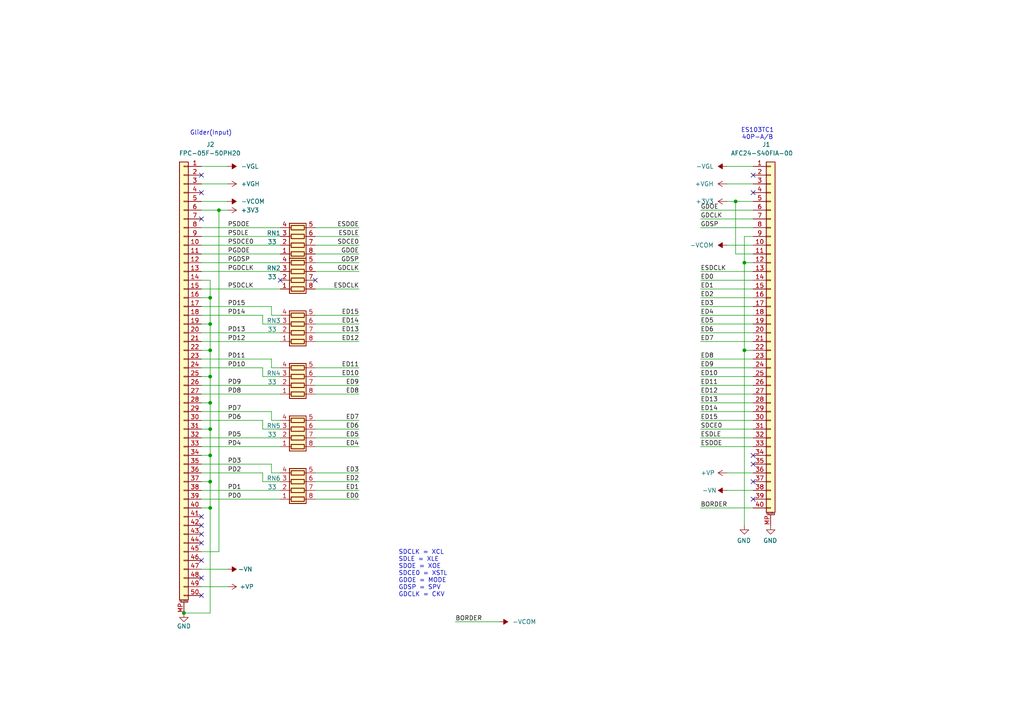
<source format=kicad_sch>
(kicad_sch (version 20231120) (generator "eeschema") (generator_version "8.0")
  (paper "A4")
  (lib_symbols
    (symbol "Connector_Generic_MountingPin:Conn_01x40_MountingPin" (pin_names (offset 1.016) hide)
      (property "Reference" "J" (at 0 50.8 0))
      (property "Value" "Conn_01x40_MountingPin" (at 1.27 -53.34 0))
      (symbol "Conn_01x40_MountingPin_1_1"
        (rectangle (start -1.27 -50.673) (end 0 -50.927) (stroke (width 0.1524)))
        (rectangle (start -1.27 -48.133) (end 0 -48.387) (stroke (width 0.1524)))
        (rectangle (start -1.27 -45.593) (end 0 -45.847) (stroke (width 0.1524)))
        (rectangle (start -1.27 -43.053) (end 0 -43.307) (stroke (width 0.1524)))
        (rectangle (start -1.27 -40.513) (end 0 -40.767) (stroke (width 0.1524)))
        (rectangle (start -1.27 -37.973) (end 0 -38.227) (stroke (width 0.1524)))
        (rectangle (start -1.27 -35.433) (end 0 -35.687) (stroke (width 0.1524)))
        (rectangle (start -1.27 -32.893) (end 0 -33.147) (stroke (width 0.1524)))
        (rectangle (start -1.27 -30.353) (end 0 -30.607) (stroke (width 0.1524)))
        (rectangle (start -1.27 -27.813) (end 0 -28.067) (stroke (width 0.1524)))
        (rectangle (start -1.27 -25.273) (end 0 -25.527) (stroke (width 0.1524)))
        (rectangle (start -1.27 -22.733) (end 0 -22.987) (stroke (width 0.1524)))
        (rectangle (start -1.27 -20.193) (end 0 -20.447) (stroke (width 0.1524)))
        (rectangle (start -1.27 -17.653) (end 0 -17.907) (stroke (width 0.1524)))
        (rectangle (start -1.27 -15.113) (end 0 -15.367) (stroke (width 0.1524)))
        (rectangle (start -1.27 -12.573) (end 0 -12.827) (stroke (width 0.1524)))
        (rectangle (start -1.27 -10.033) (end 0 -10.287) (stroke (width 0.1524)))
        (rectangle (start -1.27 -7.493) (end 0 -7.747) (stroke (width 0.1524)))
        (rectangle (start -1.27 -4.953) (end 0 -5.207) (stroke (width 0.1524)))
        (rectangle (start -1.27 -2.413) (end 0 -2.667) (stroke (width 0.1524)))
        (rectangle (start -1.27 0.127) (end 0 -0.127) (stroke (width 0.1524)))
        (rectangle (start -1.27 2.667) (end 0 2.413) (stroke (width 0.1524)))
        (rectangle (start -1.27 5.207) (end 0 4.953) (stroke (width 0.1524)))
        (rectangle (start -1.27 7.747) (end 0 7.493) (stroke (width 0.1524)))
        (rectangle (start -1.27 10.287) (end 0 10.033) (stroke (width 0.1524)))
        (rectangle (start -1.27 12.827) (end 0 12.573) (stroke (width 0.1524)))
        (rectangle (start -1.27 15.367) (end 0 15.113) (stroke (width 0.1524)))
        (rectangle (start -1.27 17.907) (end 0 17.653) (stroke (width 0.1524)))
        (rectangle (start -1.27 20.447) (end 0 20.193) (stroke (width 0.1524)))
        (rectangle (start -1.27 22.987) (end 0 22.733) (stroke (width 0.1524)))
        (rectangle (start -1.27 25.527) (end 0 25.273) (stroke (width 0.1524)))
        (rectangle (start -1.27 28.067) (end 0 27.813) (stroke (width 0.1524)))
        (rectangle (start -1.27 30.607) (end 0 30.353) (stroke (width 0.1524)))
        (rectangle (start -1.27 33.147) (end 0 32.893) (stroke (width 0.1524)))
        (rectangle (start -1.27 35.687) (end 0 35.433) (stroke (width 0.1524)))
        (rectangle (start -1.27 38.227) (end 0 37.973) (stroke (width 0.1524)))
        (rectangle (start -1.27 40.767) (end 0 40.513) (stroke (width 0.1524)))
        (rectangle (start -1.27 43.307) (end 0 43.053) (stroke (width 0.1524)))
        (rectangle (start -1.27 45.847) (end 0 45.593) (stroke (width 0.1524)))
        (rectangle (start -1.27 48.387) (end 0 48.133) (stroke (width 0.1524)))
        (rectangle (start -1.27 49.53) (end 1.27 -52.07) (stroke (width 0.254)) (fill (type background)))
        (polyline (pts (xy -1.016 -52.832) (xy 1.016 -52.832)) (stroke (width 0.1524)))
        (text "Mounting" (at 0 -52.451 0) (effects (font (size 0.381 0.381))))
        (pin passive line (at -5.08 48.26 0) (length 3.81) (name "Pin_1") (number "1"))
        (pin passive line (at -5.08 25.4 0) (length 3.81) (name "Pin_10") (number "10"))
        (pin passive line (at -5.08 22.86 0) (length 3.81) (name "Pin_11") (number "11"))
        (pin passive line (at -5.08 20.32 0) (length 3.81) (name "Pin_12") (number "12"))
        (pin passive line (at -5.08 17.78 0) (length 3.81) (name "Pin_13") (number "13"))
        (pin passive line (at -5.08 15.24 0) (length 3.81) (name "Pin_14") (number "14"))
        (pin passive line (at -5.08 12.7 0) (length 3.81) (name "Pin_15") (number "15"))
        (pin passive line (at -5.08 10.16 0) (length 3.81) (name "Pin_16") (number "16"))
        (pin passive line (at -5.08 7.62 0) (length 3.81) (name "Pin_17") (number "17"))
        (pin passive line (at -5.08 5.08 0) (length 3.81) (name "Pin_18") (number "18"))
        (pin passive line (at -5.08 2.54 0) (length 3.81) (name "Pin_19") (number "19"))
        (pin passive line (at -5.08 45.72 0) (length 3.81) (name "Pin_2") (number "2"))
        (pin passive line (at -5.08 0 0) (length 3.81) (name "Pin_20") (number "20"))
        (pin passive line (at -5.08 -2.54 0) (length 3.81) (name "Pin_21") (number "21"))
        (pin passive line (at -5.08 -5.08 0) (length 3.81) (name "Pin_22") (number "22"))
        (pin passive line (at -5.08 -7.62 0) (length 3.81) (name "Pin_23") (number "23"))
        (pin passive line (at -5.08 -10.16 0) (length 3.81) (name "Pin_24") (number "24"))
        (pin passive line (at -5.08 -12.7 0) (length 3.81) (name "Pin_25") (number "25"))
        (pin passive line (at -5.08 -15.24 0) (length 3.81) (name "Pin_26") (number "26"))
        (pin passive line (at -5.08 -17.78 0) (length 3.81) (name "Pin_27") (number "27"))
        (pin passive line (at -5.08 -20.32 0) (length 3.81) (name "Pin_28") (number "28"))
        (pin passive line (at -5.08 -22.86 0) (length 3.81) (name "Pin_29") (number "29"))
        (pin passive line (at -5.08 43.18 0) (length 3.81) (name "Pin_3") (number "3"))
        (pin passive line (at -5.08 -25.4 0) (length 3.81) (name "Pin_30") (number "30"))
        (pin passive line (at -5.08 -27.94 0) (length 3.81) (name "Pin_31") (number "31"))
        (pin passive line (at -5.08 -30.48 0) (length 3.81) (name "Pin_32") (number "32"))
        (pin passive line (at -5.08 -33.02 0) (length 3.81) (name "Pin_33") (number "33"))
        (pin passive line (at -5.08 -35.56 0) (length 3.81) (name "Pin_34") (number "34"))
        (pin passive line (at -5.08 -38.1 0) (length 3.81) (name "Pin_35") (number "35"))
        (pin passive line (at -5.08 -40.64 0) (length 3.81) (name "Pin_36") (number "36"))
        (pin passive line (at -5.08 -43.18 0) (length 3.81) (name "Pin_37") (number "37"))
        (pin passive line (at -5.08 -45.72 0) (length 3.81) (name "Pin_38") (number "38"))
        (pin passive line (at -5.08 -48.26 0) (length 3.81) (name "Pin_39") (number "39"))
        (pin passive line (at -5.08 40.64 0) (length 3.81) (name "Pin_4") (number "4"))
        (pin passive line (at -5.08 -50.8 0) (length 3.81) (name "Pin_40") (number "40"))
        (pin passive line (at -5.08 38.1 0) (length 3.81) (name "Pin_5") (number "5"))
        (pin passive line (at -5.08 35.56 0) (length 3.81) (name "Pin_6") (number "6"))
        (pin passive line (at -5.08 33.02 0) (length 3.81) (name "Pin_7") (number "7"))
        (pin passive line (at -5.08 30.48 0) (length 3.81) (name "Pin_8") (number "8"))
        (pin passive line (at -5.08 27.94 0) (length 3.81) (name "Pin_9") (number "9"))
        (pin passive line (at 0 -55.88 90) (length 3.048) (name "MountPin") (number "MP"))
      )
    )
    (symbol "Connector_Generic_MountingPin:Conn_01x50_MountingPin" (pin_names (offset 1.016) hide)
      (property "Reference" "J" (at 0 63.5 0))
      (property "Value" "Conn_01x50_MountingPin" (at 1.27 -66.04 0))
      (symbol "Conn_01x50_MountingPin_1_1"
        (rectangle (start -1.27 -63.373) (end 0 -63.627) (stroke (width 0.1524)))
        (rectangle (start -1.27 -60.833) (end 0 -61.087) (stroke (width 0.1524)))
        (rectangle (start -1.27 -58.293) (end 0 -58.547) (stroke (width 0.1524)))
        (rectangle (start -1.27 -55.753) (end 0 -56.007) (stroke (width 0.1524)))
        (rectangle (start -1.27 -53.213) (end 0 -53.467) (stroke (width 0.1524)))
        (rectangle (start -1.27 -50.673) (end 0 -50.927) (stroke (width 0.1524)))
        (rectangle (start -1.27 -48.133) (end 0 -48.387) (stroke (width 0.1524)))
        (rectangle (start -1.27 -45.593) (end 0 -45.847) (stroke (width 0.1524)))
        (rectangle (start -1.27 -43.053) (end 0 -43.307) (stroke (width 0.1524)))
        (rectangle (start -1.27 -40.513) (end 0 -40.767) (stroke (width 0.1524)))
        (rectangle (start -1.27 -37.973) (end 0 -38.227) (stroke (width 0.1524)))
        (rectangle (start -1.27 -35.433) (end 0 -35.687) (stroke (width 0.1524)))
        (rectangle (start -1.27 -32.893) (end 0 -33.147) (stroke (width 0.1524)))
        (rectangle (start -1.27 -30.353) (end 0 -30.607) (stroke (width 0.1524)))
        (rectangle (start -1.27 -27.813) (end 0 -28.067) (stroke (width 0.1524)))
        (rectangle (start -1.27 -25.273) (end 0 -25.527) (stroke (width 0.1524)))
        (rectangle (start -1.27 -22.733) (end 0 -22.987) (stroke (width 0.1524)))
        (rectangle (start -1.27 -20.193) (end 0 -20.447) (stroke (width 0.1524)))
        (rectangle (start -1.27 -17.653) (end 0 -17.907) (stroke (width 0.1524)))
        (rectangle (start -1.27 -15.113) (end 0 -15.367) (stroke (width 0.1524)))
        (rectangle (start -1.27 -12.573) (end 0 -12.827) (stroke (width 0.1524)))
        (rectangle (start -1.27 -10.033) (end 0 -10.287) (stroke (width 0.1524)))
        (rectangle (start -1.27 -7.493) (end 0 -7.747) (stroke (width 0.1524)))
        (rectangle (start -1.27 -4.953) (end 0 -5.207) (stroke (width 0.1524)))
        (rectangle (start -1.27 -2.413) (end 0 -2.667) (stroke (width 0.1524)))
        (rectangle (start -1.27 0.127) (end 0 -0.127) (stroke (width 0.1524)))
        (rectangle (start -1.27 2.667) (end 0 2.413) (stroke (width 0.1524)))
        (rectangle (start -1.27 5.207) (end 0 4.953) (stroke (width 0.1524)))
        (rectangle (start -1.27 7.747) (end 0 7.493) (stroke (width 0.1524)))
        (rectangle (start -1.27 10.287) (end 0 10.033) (stroke (width 0.1524)))
        (rectangle (start -1.27 12.827) (end 0 12.573) (stroke (width 0.1524)))
        (rectangle (start -1.27 15.367) (end 0 15.113) (stroke (width 0.1524)))
        (rectangle (start -1.27 17.907) (end 0 17.653) (stroke (width 0.1524)))
        (rectangle (start -1.27 20.447) (end 0 20.193) (stroke (width 0.1524)))
        (rectangle (start -1.27 22.987) (end 0 22.733) (stroke (width 0.1524)))
        (rectangle (start -1.27 25.527) (end 0 25.273) (stroke (width 0.1524)))
        (rectangle (start -1.27 28.067) (end 0 27.813) (stroke (width 0.1524)))
        (rectangle (start -1.27 30.607) (end 0 30.353) (stroke (width 0.1524)))
        (rectangle (start -1.27 33.147) (end 0 32.893) (stroke (width 0.1524)))
        (rectangle (start -1.27 35.687) (end 0 35.433) (stroke (width 0.1524)))
        (rectangle (start -1.27 38.227) (end 0 37.973) (stroke (width 0.1524)))
        (rectangle (start -1.27 40.767) (end 0 40.513) (stroke (width 0.1524)))
        (rectangle (start -1.27 43.307) (end 0 43.053) (stroke (width 0.1524)))
        (rectangle (start -1.27 45.847) (end 0 45.593) (stroke (width 0.1524)))
        (rectangle (start -1.27 48.387) (end 0 48.133) (stroke (width 0.1524)))
        (rectangle (start -1.27 50.927) (end 0 50.673) (stroke (width 0.1524)))
        (rectangle (start -1.27 53.467) (end 0 53.213) (stroke (width 0.1524)))
        (rectangle (start -1.27 56.007) (end 0 55.753) (stroke (width 0.1524)))
        (rectangle (start -1.27 58.547) (end 0 58.293) (stroke (width 0.1524)))
        (rectangle (start -1.27 61.087) (end 0 60.833) (stroke (width 0.1524)))
        (rectangle (start -1.27 62.23) (end 1.27 -64.77) (stroke (width 0.254)) (fill (type background)))
        (polyline (pts (xy -1.016 -65.532) (xy 1.016 -65.532)) (stroke (width 0.1524)))
        (text "Mounting" (at 0 -65.151 0) (effects (font (size 0.381 0.381))))
        (pin passive line (at -5.08 60.96 0) (length 3.81) (name "Pin_1") (number "1"))
        (pin passive line (at -5.08 38.1 0) (length 3.81) (name "Pin_10") (number "10"))
        (pin passive line (at -5.08 35.56 0) (length 3.81) (name "Pin_11") (number "11"))
        (pin passive line (at -5.08 33.02 0) (length 3.81) (name "Pin_12") (number "12"))
        (pin passive line (at -5.08 30.48 0) (length 3.81) (name "Pin_13") (number "13"))
        (pin passive line (at -5.08 27.94 0) (length 3.81) (name "Pin_14") (number "14"))
        (pin passive line (at -5.08 25.4 0) (length 3.81) (name "Pin_15") (number "15"))
        (pin passive line (at -5.08 22.86 0) (length 3.81) (name "Pin_16") (number "16"))
        (pin passive line (at -5.08 20.32 0) (length 3.81) (name "Pin_17") (number "17"))
        (pin passive line (at -5.08 17.78 0) (length 3.81) (name "Pin_18") (number "18"))
        (pin passive line (at -5.08 15.24 0) (length 3.81) (name "Pin_19") (number "19"))
        (pin passive line (at -5.08 58.42 0) (length 3.81) (name "Pin_2") (number "2"))
        (pin passive line (at -5.08 12.7 0) (length 3.81) (name "Pin_20") (number "20"))
        (pin passive line (at -5.08 10.16 0) (length 3.81) (name "Pin_21") (number "21"))
        (pin passive line (at -5.08 7.62 0) (length 3.81) (name "Pin_22") (number "22"))
        (pin passive line (at -5.08 5.08 0) (length 3.81) (name "Pin_23") (number "23"))
        (pin passive line (at -5.08 2.54 0) (length 3.81) (name "Pin_24") (number "24"))
        (pin passive line (at -5.08 0 0) (length 3.81) (name "Pin_25") (number "25"))
        (pin passive line (at -5.08 -2.54 0) (length 3.81) (name "Pin_26") (number "26"))
        (pin passive line (at -5.08 -5.08 0) (length 3.81) (name "Pin_27") (number "27"))
        (pin passive line (at -5.08 -7.62 0) (length 3.81) (name "Pin_28") (number "28"))
        (pin passive line (at -5.08 -10.16 0) (length 3.81) (name "Pin_29") (number "29"))
        (pin passive line (at -5.08 55.88 0) (length 3.81) (name "Pin_3") (number "3"))
        (pin passive line (at -5.08 -12.7 0) (length 3.81) (name "Pin_30") (number "30"))
        (pin passive line (at -5.08 -15.24 0) (length 3.81) (name "Pin_31") (number "31"))
        (pin passive line (at -5.08 -17.78 0) (length 3.81) (name "Pin_32") (number "32"))
        (pin passive line (at -5.08 -20.32 0) (length 3.81) (name "Pin_33") (number "33"))
        (pin passive line (at -5.08 -22.86 0) (length 3.81) (name "Pin_34") (number "34"))
        (pin passive line (at -5.08 -25.4 0) (length 3.81) (name "Pin_35") (number "35"))
        (pin passive line (at -5.08 -27.94 0) (length 3.81) (name "Pin_36") (number "36"))
        (pin passive line (at -5.08 -30.48 0) (length 3.81) (name "Pin_37") (number "37"))
        (pin passive line (at -5.08 -33.02 0) (length 3.81) (name "Pin_38") (number "38"))
        (pin passive line (at -5.08 -35.56 0) (length 3.81) (name "Pin_39") (number "39"))
        (pin passive line (at -5.08 53.34 0) (length 3.81) (name "Pin_4") (number "4"))
        (pin passive line (at -5.08 -38.1 0) (length 3.81) (name "Pin_40") (number "40"))
        (pin passive line (at -5.08 -40.64 0) (length 3.81) (name "Pin_41") (number "41"))
        (pin passive line (at -5.08 -43.18 0) (length 3.81) (name "Pin_42") (number "42"))
        (pin passive line (at -5.08 -45.72 0) (length 3.81) (name "Pin_43") (number "43"))
        (pin passive line (at -5.08 -48.26 0) (length 3.81) (name "Pin_44") (number "44"))
        (pin passive line (at -5.08 -50.8 0) (length 3.81) (name "Pin_45") (number "45"))
        (pin passive line (at -5.08 -53.34 0) (length 3.81) (name "Pin_46") (number "46"))
        (pin passive line (at -5.08 -55.88 0) (length 3.81) (name "Pin_47") (number "47"))
        (pin passive line (at -5.08 -58.42 0) (length 3.81) (name "Pin_48") (number "48"))
        (pin passive line (at -5.08 -60.96 0) (length 3.81) (name "Pin_49") (number "49"))
        (pin passive line (at -5.08 50.8 0) (length 3.81) (name "Pin_5") (number "5"))
        (pin passive line (at -5.08 -63.5 0) (length 3.81) (name "Pin_50") (number "50"))
        (pin passive line (at -5.08 48.26 0) (length 3.81) (name "Pin_6") (number "6"))
        (pin passive line (at -5.08 45.72 0) (length 3.81) (name "Pin_7") (number "7"))
        (pin passive line (at -5.08 43.18 0) (length 3.81) (name "Pin_8") (number "8"))
        (pin passive line (at -5.08 40.64 0) (length 3.81) (name "Pin_9") (number "9"))
        (pin passive line (at 0 -68.58 90) (length 3.048) (name "MountPin") (number "MP"))
      )
    )
    (symbol "Device:R_Pack04" (pin_names (offset 0) hide)
      (property "Reference" "RN" (at -7.62 0 90))
      (property "Value" "R_Pack04" (at 5.08 0 90))
      (symbol "R_Pack04_0_1"
        (rectangle (start -6.35 -2.413) (end 3.81 2.413) (stroke (width 0.254)) (fill (type background)))
        (rectangle (start -5.715 1.905) (end -4.445 -1.905) (stroke (width 0.254)))
        (rectangle (start -3.175 1.905) (end -1.905 -1.905) (stroke (width 0.254)))
        (rectangle (start -0.635 1.905) (end 0.635 -1.905) (stroke (width 0.254)))
        (polyline (pts (xy -5.08 -2.54) (xy -5.08 -1.905)))
        (polyline (pts (xy -5.08 1.905) (xy -5.08 2.54)))
        (polyline (pts (xy -2.54 -2.54) (xy -2.54 -1.905)))
        (polyline (pts (xy -2.54 1.905) (xy -2.54 2.54)))
        (polyline (pts (xy 0 -2.54) (xy 0 -1.905)))
        (polyline (pts (xy 0 1.905) (xy 0 2.54)))
        (polyline (pts (xy 2.54 -2.54) (xy 2.54 -1.905)))
        (polyline (pts (xy 2.54 1.905) (xy 2.54 2.54)))
        (rectangle (start 1.905 1.905) (end 3.175 -1.905) (stroke (width 0.254)))
      )
      (symbol "R_Pack04_1_1"
        (pin passive line (at -5.08 -5.08 90) (length 2.54) (name "R1.1") (number "1"))
        (pin passive line (at -2.54 -5.08 90) (length 2.54) (name "R2.1") (number "2"))
        (pin passive line (at 0 -5.08 90) (length 2.54) (name "R3.1") (number "3"))
        (pin passive line (at 2.54 -5.08 90) (length 2.54) (name "R4.1") (number "4"))
        (pin passive line (at 2.54 5.08 270) (length 2.54) (name "R4.2") (number "5"))
        (pin passive line (at 0 5.08 270) (length 2.54) (name "R3.2") (number "6"))
        (pin passive line (at -2.54 5.08 270) (length 2.54) (name "R2.2") (number "7"))
        (pin passive line (at -5.08 5.08 270) (length 2.54) (name "R1.2") (number "8"))
      )
    )
    (symbol "power:GND" (power) (pin_names (offset 0))
      (property "Value" "GND" (at 0 -3.81 0))
      (symbol "GND_0_1"
        (polyline (pts (xy 0 0) (xy 0 -1.27) (xy 1.27 -1.27) (xy 0 -2.54) (xy -1.27 -1.27) (xy 0 -1.27)))
      )
      (symbol "GND_1_1"
        (pin power_in line (at 0 0 270) (length 0) hide (name "GND") (number "1"))
      )
    )
    (symbol "symbols:+V" (power) (pin_names (offset 0))
      (property "Value" "+V" (at 0 3.556 0))
      (symbol "+V_0_1"
        (polyline (pts (xy -0.762 1.27) (xy 0 2.54)))
        (polyline (pts (xy 0 0) (xy 0 2.54)))
        (polyline (pts (xy 0 2.54) (xy 0.762 1.27)))
      )
      (symbol "+V_1_1"
        (pin power_in line (at 0 0 90) (length 0) hide (name "~") (number "1"))
      )
    )
    (symbol "symbols:-V" (power) (pin_numbers hide) (pin_names (offset 0) hide)
      (property "Value" "-V" (at 0 3.556 0))
      (symbol "-V_0_0"
        (pin power_in line (at 0 0 90) (length 0) (name "~") (number "1"))
      )
      (symbol "-V_0_1"
        (polyline (pts (xy 0 0) (xy 0 1.27) (xy 0.762 1.27) (xy 0 2.54) (xy -0.762 1.27) (xy 0 1.27)) (fill (type outline)))
      )
    )
  )
  (junction (at 60.96 116.84))
  (junction (at 63.5 60.96))
  (junction (at 60.96 147.32))
  (junction (at 60.96 124.46))
  (junction (at 53.34 177.8))
  (junction (at 60.96 86.36))
  (junction (at 60.96 139.7))
  (junction (at 60.96 93.98))
  (junction (at 60.96 109.22))
  (junction (at 215.9 76.2) (diameter 0.9144))
  (junction (at 213.36 58.42))
  (junction (at 60.96 132.08))
  (junction (at 215.9 101.6) (diameter 0.9144))
  (junction (at 60.96 101.6))
  (no_connect (at 58.42 162.56))
  (no_connect (at 58.42 157.48))
  (no_connect (at 218.44 132.08))
  (no_connect (at 58.42 149.86))
  (no_connect (at 58.42 167.64))
  (no_connect (at 218.44 139.7))
  (no_connect (at 58.42 63.5))
  (no_connect (at 91.44 81.28))
  (no_connect (at 218.44 50.8))
  (no_connect (at 81.28 81.28))
  (no_connect (at 218.44 134.62))
  (no_connect (at 218.44 144.78))
  (no_connect (at 58.42 172.72))
  (no_connect (at 218.44 55.88))
  (no_connect (at 58.42 154.94))
  (no_connect (at 58.42 50.8))
  (no_connect (at 58.42 55.88))
  (no_connect (at 58.42 152.4))
  (wire (pts (xy 91.44 71.12) (xy 104.14 71.12)))
  (wire (pts (xy 58.42 68.58) (xy 81.28 68.58)))
  (wire (pts (xy 210.82 142.24) (xy 218.44 142.24)))
  (wire (pts (xy 58.42 88.9) (xy 78.74 88.9)))
  (wire (pts (xy 213.36 58.42) (xy 218.44 58.42)))
  (wire (pts (xy 213.36 58.42) (xy 213.36 73.66)))
  (wire (pts (xy 58.42 93.98) (xy 60.96 93.98)))
  (wire (pts (xy 60.96 139.7) (xy 60.96 132.08)))
  (wire (pts (xy 76.2 124.46) (xy 81.28 124.46)))
  (wire (pts (xy 60.96 124.46) (xy 60.96 116.84)))
  (wire (pts (xy 218.44 60.96) (xy 203.2 60.96)))
  (wire (pts (xy 58.42 132.08) (xy 60.96 132.08)))
  (wire (pts (xy 60.96 101.6) (xy 60.96 93.98)))
  (wire (pts (xy 76.2 106.68) (xy 76.2 109.22)))
  (wire (pts (xy 91.44 76.2) (xy 104.14 76.2)))
  (wire (pts (xy 58.42 73.66) (xy 81.28 73.66)))
  (wire (pts (xy 91.44 127) (xy 104.14 127)))
  (wire (pts (xy 78.74 106.68) (xy 81.28 106.68)))
  (wire (pts (xy 218.44 121.92) (xy 203.2 121.92)))
  (wire (pts (xy 218.44 106.68) (xy 203.2 106.68)))
  (wire (pts (xy 218.44 83.82) (xy 203.2 83.82)))
  (wire (pts (xy 78.74 88.9) (xy 78.74 91.44)))
  (wire (pts (xy 58.42 129.54) (xy 81.28 129.54)))
  (wire (pts (xy 60.96 93.98) (xy 60.96 86.36)))
  (wire (pts (xy 58.42 144.78) (xy 81.28 144.78)))
  (wire (pts (xy 76.2 109.22) (xy 81.28 109.22)))
  (wire (pts (xy 58.42 106.68) (xy 76.2 106.68)))
  (wire (pts (xy 218.44 99.06) (xy 203.2 99.06)))
  (wire (pts (xy 91.44 93.98) (xy 104.14 93.98)))
  (wire (pts (xy 91.44 139.7) (xy 104.14 139.7)))
  (wire (pts (xy 91.44 83.82) (xy 104.14 83.82)))
  (wire (pts (xy 218.44 119.38) (xy 203.2 119.38)))
  (wire (pts (xy 58.42 134.62) (xy 78.74 134.62)))
  (wire (pts (xy 76.2 91.44) (xy 76.2 93.98)))
  (wire (pts (xy 91.44 73.66) (xy 104.14 73.66)))
  (wire (pts (xy 91.44 109.22) (xy 104.14 109.22)))
  (wire (pts (xy 218.44 104.14) (xy 203.2 104.14)))
  (wire (pts (xy 91.44 111.76) (xy 104.14 111.76)))
  (wire (pts (xy 60.96 132.08) (xy 60.96 124.46)))
  (wire (pts (xy 58.42 96.52) (xy 81.28 96.52)))
  (wire (pts (xy 58.42 101.6) (xy 60.96 101.6)))
  (wire (pts (xy 58.42 58.42) (xy 66.04 58.42)))
  (wire (pts (xy 210.82 48.26) (xy 218.44 48.26)))
  (wire (pts (xy 76.2 93.98) (xy 81.28 93.98)))
  (wire (pts (xy 91.44 106.68) (xy 104.14 106.68)))
  (wire (pts (xy 91.44 66.04) (xy 104.14 66.04)))
  (wire (pts (xy 60.96 116.84) (xy 60.96 109.22)))
  (wire (pts (xy 63.5 60.96) (xy 63.5 160.02)))
  (wire (pts (xy 78.74 104.14) (xy 78.74 106.68)))
  (wire (pts (xy 91.44 68.58) (xy 104.14 68.58)))
  (wire (pts (xy 58.42 76.2) (xy 81.28 76.2)))
  (wire (pts (xy 215.9 76.2) (xy 218.44 76.2)))
  (wire (pts (xy 58.42 139.7) (xy 60.96 139.7)))
  (wire (pts (xy 58.42 127) (xy 81.28 127)))
  (wire (pts (xy 60.96 81.28) (xy 58.42 81.28)))
  (wire (pts (xy 58.42 104.14) (xy 78.74 104.14)))
  (wire (pts (xy 210.82 137.16) (xy 218.44 137.16)))
  (wire (pts (xy 215.9 68.58) (xy 215.9 76.2)))
  (wire (pts (xy 218.44 78.74) (xy 203.2 78.74)))
  (wire (pts (xy 91.44 91.44) (xy 104.14 91.44)))
  (wire (pts (xy 218.44 68.58) (xy 215.9 68.58)))
  (wire (pts (xy 218.44 63.5) (xy 203.2 63.5)))
  (wire (pts (xy 58.42 121.92) (xy 76.2 121.92)))
  (wire (pts (xy 63.5 160.02) (xy 58.42 160.02)))
  (wire (pts (xy 60.96 177.8) (xy 60.96 147.32)))
  (wire (pts (xy 91.44 124.46) (xy 104.14 124.46)))
  (wire (pts (xy 218.44 96.52) (xy 203.2 96.52)))
  (wire (pts (xy 60.96 109.22) (xy 60.96 101.6)))
  (wire (pts (xy 218.44 111.76) (xy 203.2 111.76)))
  (wire (pts (xy 76.2 137.16) (xy 76.2 139.7)))
  (wire (pts (xy 218.44 147.32) (xy 203.2 147.32)))
  (wire (pts (xy 58.42 53.34) (xy 66.04 53.34)))
  (wire (pts (xy 218.44 124.46) (xy 203.2 124.46)))
  (wire (pts (xy 58.42 99.06) (xy 81.28 99.06)))
  (wire (pts (xy 58.42 60.96) (xy 63.5 60.96)))
  (wire (pts (xy 218.44 127) (xy 203.2 127)))
  (wire (pts (xy 78.74 134.62) (xy 78.74 137.16)))
  (wire (pts (xy 218.44 91.44) (xy 203.2 91.44)))
  (wire (pts (xy 58.42 66.04) (xy 81.28 66.04)))
  (wire (pts (xy 78.74 121.92) (xy 81.28 121.92)))
  (wire (pts (xy 91.44 96.52) (xy 104.14 96.52)))
  (wire (pts (xy 76.2 139.7) (xy 81.28 139.7)))
  (wire (pts (xy 210.82 71.12) (xy 218.44 71.12)))
  (wire (pts (xy 91.44 144.78) (xy 104.14 144.78)))
  (wire (pts (xy 218.44 88.9) (xy 203.2 88.9)))
  (wire (pts (xy 91.44 99.06) (xy 104.14 99.06)))
  (wire (pts (xy 218.44 66.04) (xy 203.2 66.04)))
  (wire (pts (xy 60.96 147.32) (xy 60.96 139.7)))
  (wire (pts (xy 58.42 109.22) (xy 60.96 109.22)))
  (wire (pts (xy 213.36 73.66) (xy 218.44 73.66)))
  (wire (pts (xy 78.74 119.38) (xy 78.74 121.92)))
  (wire (pts (xy 58.42 48.26) (xy 66.04 48.26)))
  (wire (pts (xy 210.82 53.34) (xy 218.44 53.34)))
  (wire (pts (xy 58.42 83.82) (xy 81.28 83.82)))
  (wire (pts (xy 58.42 71.12) (xy 81.28 71.12)))
  (wire (pts (xy 91.44 142.24) (xy 104.14 142.24)))
  (wire (pts (xy 78.74 91.44) (xy 81.28 91.44)))
  (wire (pts (xy 218.44 116.84) (xy 203.2 116.84)))
  (wire (pts (xy 91.44 78.74) (xy 104.14 78.74)))
  (wire (pts (xy 58.42 124.46) (xy 60.96 124.46)))
  (wire (pts (xy 58.42 78.74) (xy 81.28 78.74)))
  (wire (pts (xy 58.42 165.1) (xy 66.04 165.1)))
  (wire (pts (xy 58.42 91.44) (xy 76.2 91.44)))
  (wire (pts (xy 91.44 114.3) (xy 104.14 114.3)))
  (wire (pts (xy 218.44 129.54) (xy 203.2 129.54)))
  (wire (pts (xy 58.42 114.3) (xy 81.28 114.3)))
  (wire (pts (xy 218.44 86.36) (xy 203.2 86.36)))
  (wire (pts (xy 210.82 58.42) (xy 213.36 58.42)))
  (wire (pts (xy 60.96 177.8) (xy 53.34 177.8)))
  (wire (pts (xy 218.44 114.3) (xy 203.2 114.3)))
  (wire (pts (xy 218.44 81.28) (xy 203.2 81.28)))
  (wire (pts (xy 58.42 147.32) (xy 60.96 147.32)))
  (wire (pts (xy 78.74 137.16) (xy 81.28 137.16)))
  (wire (pts (xy 215.9 76.2) (xy 215.9 101.6)))
  (wire (pts (xy 58.42 111.76) (xy 81.28 111.76)))
  (wire (pts (xy 215.9 101.6) (xy 215.9 152.4)))
  (wire (pts (xy 58.42 119.38) (xy 78.74 119.38)))
  (wire (pts (xy 132.08 180.34) (xy 144.78 180.34)))
  (wire (pts (xy 58.42 116.84) (xy 60.96 116.84)))
  (wire (pts (xy 63.5 60.96) (xy 66.04 60.96)))
  (wire (pts (xy 91.44 129.54) (xy 104.14 129.54)))
  (wire (pts (xy 76.2 121.92) (xy 76.2 124.46)))
  (wire (pts (xy 58.42 170.18) (xy 66.04 170.18)))
  (wire (pts (xy 60.96 86.36) (xy 60.96 81.28)))
  (wire (pts (xy 215.9 101.6) (xy 218.44 101.6)))
  (wire (pts (xy 218.44 93.98) (xy 203.2 93.98)))
  (wire (pts (xy 58.42 142.24) (xy 81.28 142.24)))
  (wire (pts (xy 91.44 137.16) (xy 104.14 137.16)))
  (wire (pts (xy 58.42 137.16) (xy 76.2 137.16)))
  (wire (pts (xy 218.44 109.22) (xy 203.2 109.22)))
  (wire (pts (xy 58.42 86.36) (xy 60.96 86.36)))
  (wire (pts (xy 91.44 121.92) (xy 104.14 121.92)))
  (text "Glider(Input)" (at 67.31 39.37 0) (effects (font (size 1.27 1.27)) (justify right bottom)))
  (text "ES103TC1\n40P-A/B" (at 219.71 40.64 0) (effects (font (size 1.27 1.27)) (justify bottom)))
  (text "SDCLK = XCL\nSDLE = XLE\nSDOE = XOE\nSDCE0 = XSTL\nGDOE = MODE\nGDSP = SPV\nGDCLK = CKV" (at 115.57 166.37 0) (effects (font (size 1.27 1.27)) (justify left)))
  (label "PGDSP" (at 66.04 76.2 0))
  (label "ED5" (at 104.14 127 180))
  (label "ED10" (at 203.2 109.22 0))
  (label "ESDOE" (at 203.2 129.54 0))
  (label "PD0" (at 66.04 144.78 0))
  (label "SDCE0" (at 104.14 71.12 180))
  (label "PD6" (at 66.04 121.92 0))
  (label "PSDCLK" (at 66.04 83.82 0))
  (label "ED1" (at 104.14 142.24 180))
  (label "PD9" (at 66.04 111.76 0))
  (label "ED15" (at 203.2 121.92 0))
  (label "ESDCLK" (at 104.14 83.82 180))
  (label "PGDOE" (at 66.04 73.66 0))
  (label "PD10" (at 66.04 106.68 0))
  (label "PD5" (at 66.04 127 0))
  (label "GDCLK" (at 104.14 78.74 180))
  (label "ED9" (at 104.14 111.76 180))
  (label "ED12" (at 203.2 114.3 0))
  (label "ESDOE" (at 104.14 66.04 180))
  (label "ED12" (at 104.14 99.06 180))
  (label "GDOE" (at 104.14 73.66 180))
  (label "PD2" (at 66.04 137.16 0))
  (label "ESDCLK" (at 203.2 78.74 0))
  (label "ED13" (at 104.14 96.52 180))
  (label "ED2" (at 203.2 86.36 0))
  (label "GDOE" (at 203.2 60.96 0))
  (label "PD11" (at 66.04 104.14 0))
  (label "ED14" (at 104.14 93.98 180))
  (label "ED11" (at 203.2 111.76 0))
  (label "ED13" (at 203.2 116.84 0))
  (label "ED6" (at 104.14 124.46 180))
  (label "ED3" (at 203.2 88.9 0))
  (label "ED0" (at 104.14 144.78 180))
  (label "ED4" (at 104.14 129.54 180))
  (label "PD1" (at 66.04 142.24 0))
  (label "PSDCE0" (at 66.04 71.12 0))
  (label "ED4" (at 203.2 91.44 0))
  (label "GDSP" (at 203.2 66.04 0))
  (label "ED11" (at 104.14 106.68 180))
  (label "PD15" (at 66.04 88.9 0))
  (label "ED10" (at 104.14 109.22 180))
  (label "PSDOE" (at 66.04 66.04 0))
  (label "PD7" (at 66.04 119.38 0))
  (label "ED9" (at 203.2 106.68 0))
  (label "ESDLE" (at 203.2 127 0))
  (label "ED7" (at 104.14 121.92 180))
  (label "ED1" (at 203.2 83.82 0))
  (label "ED2" (at 104.14 139.7 180))
  (label "ED8" (at 104.14 114.3 180))
  (label "ED3" (at 104.14 137.16 180))
  (label "ED14" (at 203.2 119.38 0))
  (label "PD3" (at 66.04 134.62 0))
  (label "ESDLE" (at 104.14 68.58 180))
  (label "PD13" (at 66.04 96.52 0))
  (label "SDCE0" (at 203.2 124.46 0))
  (label "GDCLK" (at 203.2 63.5 0))
  (label "PD8" (at 66.04 114.3 0))
  (label "ED5" (at 203.2 93.98 0))
  (label "BORDER" (at 203.2 147.32 0))
  (label "BORDER" (at 132.08 180.34 0))
  (label "ED15" (at 104.14 91.44 180))
  (label "PD12" (at 66.04 99.06 0))
  (label "ED6" (at 203.2 96.52 0))
  (label "PD14" (at 66.04 91.44 0))
  (label "GDSP" (at 104.14 76.2 180))
  (label "PSDLE" (at 66.04 68.58 0))
  (label "ED0" (at 203.2 81.28 0))
  (label "ED8" (at 203.2 104.14 0))
  (label "ED7" (at 203.2 99.06 0))
  (label "PD4" (at 66.04 129.54 0))
  (label "PGDCLK" (at 66.04 78.74 0))
  (symbol (lib_id "Device:R_Pack04") (at 86.36 139.7 270) (mirror x) (unit 1)
    (property "Reference" "RN6" (at 77.3684 138.7348 90) (effects (justify left)))
    (property "Value" "33" (at 77.597 141.2748 90) (effects (justify left)))
    (property "Footprint" "Resistor_SMD:R_Array_Convex_4x0402" (effects (hide yes)))
  )
  (symbol (lib_id "symbols:+V") (at 210.82 53.34 90) (mirror x) (unit 1)
    (property "Reference" "#PWR05" (effects (hide yes)))
    (property "Value" "+VGH" (at 207.01 53.3399 90) (effects (justify left)))
  )
  (symbol (lib_id "symbols:-V") (at 66.04 165.1 270) (mirror x) (unit 1)
    (property "Reference" "#PWR024" (effects (hide yes)))
    (property "Value" "-VN" (at 71.12 165.1 90))
  )
  (symbol (lib_id "Device:R_Pack04") (at 86.36 93.98 270) (mirror x) (unit 1)
    (property "Reference" "RN3" (at 77.3684 93.0148 90) (effects (justify left)))
    (property "Value" "33" (at 77.597 95.5548 90) (effects (justify left)))
    (property "Footprint" "Resistor_SMD:R_Array_Convex_4x0402" (effects (hide yes)))
  )
  (symbol (lib_id "symbols:-V") (at 144.78 180.34 270) (mirror x) (unit 1)
    (property "Reference" "#PWR04" (effects (hide yes)))
    (property "Value" "-VCOM" (at 148.59 180.3399 90) (effects (justify left)))
  )
  (symbol (lib_id "symbols:+V") (at 66.04 53.34 270) (mirror x) (unit 1)
    (property "Reference" "#PWR021" (effects (hide yes)))
    (property "Value" "+VGH" (at 69.85 53.3399 90) (effects (justify left)))
  )
  (symbol (lib_id "symbols:-V") (at 210.82 142.24 90) (mirror x) (unit 1)
    (property "Reference" "#PWR09" (effects (hide yes)))
    (property "Value" "-VN" (at 205.74 142.24 90))
  )
  (symbol (lib_id "symbols:+V") (at 66.04 170.18 270) (mirror x) (unit 1)
    (property "Reference" "#PWR025" (effects (hide yes)))
    (property "Value" "+VP" (at 73.66 170.18 90) (effects (justify right)))
  )
  (symbol (lib_id "symbols:+V") (at 210.82 137.16 90) (mirror x) (unit 1)
    (property "Reference" "#PWR08" (effects (hide yes)))
    (property "Value" "+VP" (at 203.2 137.16 90) (effects (justify right)))
  )
  (symbol (lib_id "Device:R_Pack04") (at 86.36 68.58 270) (mirror x) (unit 1)
    (property "Reference" "RN1" (at 77.3684 67.6148 90) (effects (justify left)))
    (property "Value" "33" (at 77.597 70.1548 90) (effects (justify left)))
    (property "Footprint" "Resistor_SMD:R_Array_Convex_4x0402" (effects (hide yes)))
  )
  (symbol (lib_id "Connector_Generic_MountingPin:Conn_01x50_MountingPin") (at 53.34 109.22 0) (mirror y) (unit 1)
    (property "Reference" "J2" (at 62.23 41.91 0) (effects (justify left)))
    (property "Value" "FPC-05F-50PH20" (at 69.85 44.45 0) (effects (justify left)))
    (property "Footprint" "footprints:Xunpu_FPC-05F-50PH20_1x50-1MP_P0.50mm_Horizontal_Mirrored" (effects (hide yes)))
    (property "Description" "\"Generic connectable mounting pin connector, single row, 01x50, script generated\"" (effects (hide yes)))
  )
  (symbol (lib_id "Device:R_Pack04") (at 86.36 109.22 270) (mirror x) (unit 1)
    (property "Reference" "RN4" (at 77.3684 108.2548 90) (effects (justify left)))
    (property "Value" "33" (at 77.597 110.7948 90) (effects (justify left)))
    (property "Footprint" "Resistor_SMD:R_Array_Convex_4x0402" (effects (hide yes)))
  )
  (symbol (lib_id "Device:R_Pack04") (at 86.36 124.46 270) (mirror x) (unit 1)
    (property "Reference" "RN5" (at 77.3684 123.4948 90) (effects (justify left)))
    (property "Value" "33" (at 77.597 126.0348 90) (effects (justify left)))
    (property "Footprint" "Resistor_SMD:R_Array_Convex_4x0402" (effects (hide yes)))
  )
  (symbol (lib_id "symbols:-V") (at 210.82 71.12 90) (mirror x) (unit 1)
    (property "Reference" "#PWR07" (effects (hide yes)))
    (property "Value" "-VCOM" (at 207.01 71.1199 90) (effects (justify left)))
  )
  (symbol (lib_id "Device:R_Pack04") (at 86.36 78.74 270) (mirror x) (unit 1)
    (property "Reference" "RN2" (at 77.3684 77.7748 90) (effects (justify left)))
    (property "Value" "33" (at 77.597 80.3148 90) (effects (justify left)))
    (property "Footprint" "Resistor_SMD:R_Array_Convex_4x0402" (effects (hide yes)))
  )
  (symbol (lib_id "power:GND") (at 53.34 177.8 0) (unit 1)
    (property "Reference" "#PWR06" (effects (hide yes)))
    (property "Value" "GND" (at 53.34 181.61 0))
  )
  (symbol (lib_id "symbols:-V") (at 66.04 58.42 270) (mirror x) (unit 1)
    (property "Reference" "#PWR022" (effects (hide yes)))
    (property "Value" "-VCOM" (at 69.85 58.4199 90) (effects (justify left)))
  )
  (symbol (lib_id "symbols:+V") (at 66.04 60.96 270) (mirror x) (unit 1)
    (property "Reference" "#PWR023" (effects (hide yes)))
    (property "Value" "+3V3" (at 69.85 60.9599 90) (effects (justify left)))
  )
  (symbol (lib_id "symbols:-V") (at 66.04 48.26 270) (mirror x) (unit 1)
    (property "Reference" "#PWR020" (effects (hide yes)))
    (property "Value" "-VGL" (at 69.85 48.2599 90) (effects (justify left)))
  )
  (symbol (lib_id "power:GND") (at 223.52 152.4 0) (mirror y) (unit 1)
    (property "Reference" "#PWR01" (effects (hide yes)))
    (property "Value" "GND" (at 223.393 156.7942 0))
  )
  (symbol (lib_id "power:GND") (at 215.9 152.4 0) (mirror y) (unit 1)
    (property "Reference" "#PWR02" (effects (hide yes)))
    (property "Value" "GND" (at 215.773 156.7942 0))
  )
  (symbol (lib_id "Connector_Generic_MountingPin:Conn_01x40_MountingPin") (at 223.52 96.52 0) (unit 1)
    (property "Reference" "J1" (at 222.25 41.91 0))
    (property "Value" "AFC24-S40FIA-00" (at 220.98 44.45 0))
    (property "Footprint" "Connector_FFC-FPC:Omron_XF2M-4015-1A_1x40-1MP_P0.5mm_Horizontal" (effects (hide yes)))
  )
  (symbol (lib_id "symbols:-V") (at 210.82 48.26 90) (mirror x) (unit 1)
    (property "Reference" "#PWR03" (effects (hide yes)))
    (property "Value" "-VGL" (at 207.01 48.2599 90) (effects (justify left)))
  )
  (symbol (lib_id "symbols:+V") (at 210.82 58.42 90) (mirror x) (unit 1)
    (property "Reference" "#PWR017" (effects (hide yes)))
    (property "Value" "+3V3" (at 207.01 58.4199 90) (effects (justify left)))
  )
)
</source>
